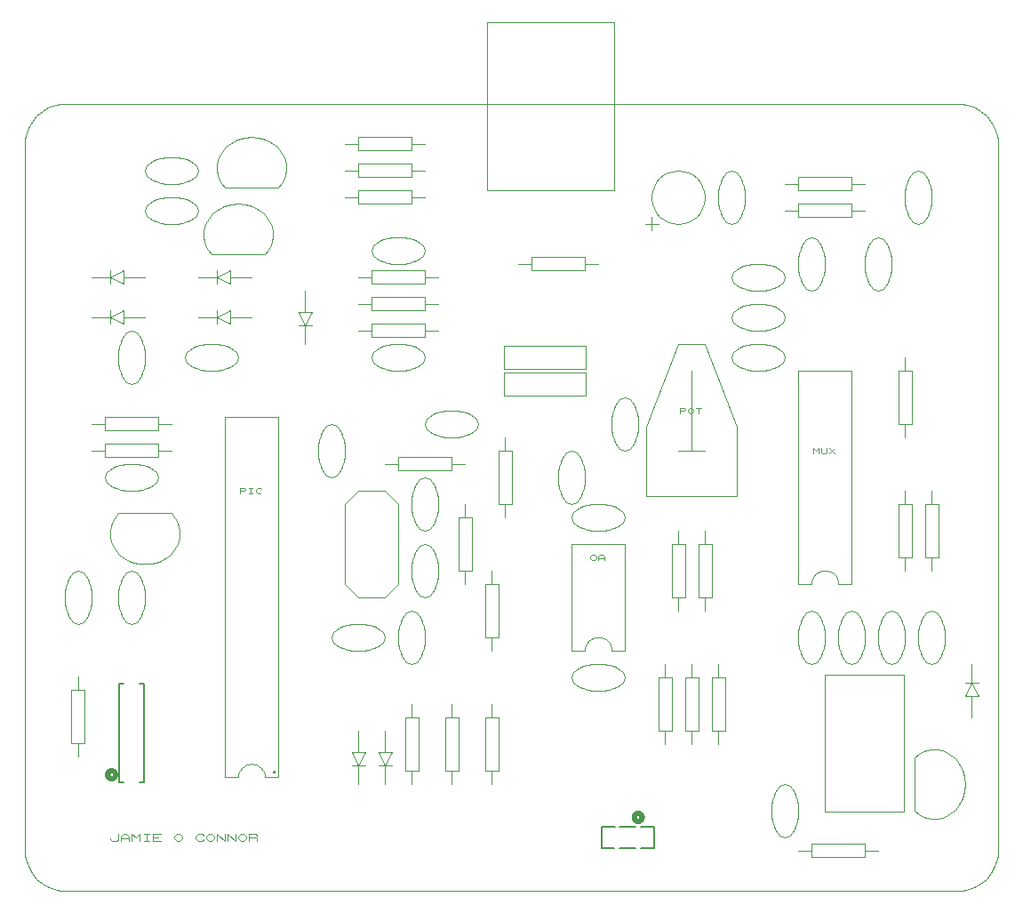
<source format=gbr>
G04 PROTEUS GERBER X2 FILE*
%TF.GenerationSoftware,Labcenter,Proteus,8.16-SP3-Build36097*%
%TF.CreationDate,2025-03-04T22:23:44+00:00*%
%TF.FileFunction,Legend,Top*%
%TF.FilePolarity,Positive*%
%TF.Part,Single*%
%TF.SameCoordinates,{eae5727c-9566-4c40-9887-aaf545a46e3e}*%
%FSLAX26Y26*%
%MOIN*%
G01*
%TA.AperFunction,Material*%
%ADD22C,0.004000*%
%TA.AperFunction,NonMaterial*%
%ADD21C,0.004000*%
%TA.AperFunction,Material*%
%ADD23C,0.020000*%
%ADD24C,0.006000*%
%TA.AperFunction,Profile*%
%ADD20C,0.004000*%
%TD.AperFunction*%
D22*
X+1984425Y+1427370D02*
X+2458425Y+1427370D01*
X+2458425Y+2056370D01*
X+1984425Y+2056370D01*
X+1984425Y+1427370D01*
X+1200000Y-774213D02*
X+1200000Y+575787D01*
X+1000000Y+575787D01*
X+1000000Y-774213D01*
X+1200000Y-774213D02*
X+1150000Y-774213D01*
X+1000000Y-774213D02*
X+1050000Y-774213D01*
X+1150000Y-774213D02*
X+1149005Y-763989D01*
X+1146143Y-754535D01*
X+1141596Y-746033D01*
X+1135547Y-738666D01*
X+1128180Y-732617D01*
X+1119678Y-728070D01*
X+1110223Y-725208D01*
X+1100000Y-724213D01*
X+1050000Y-774213D02*
X+1050995Y-763989D01*
X+1053857Y-754535D01*
X+1058404Y-746033D01*
X+1064453Y-738666D01*
X+1071820Y-732617D01*
X+1080322Y-728070D01*
X+1089777Y-725208D01*
X+1100000Y-724213D01*
X+1186828Y-754213D02*
X+1186818Y-753979D01*
X+1186739Y-753509D01*
X+1186573Y-753039D01*
X+1186301Y-752569D01*
X+1185885Y-752105D01*
X+1185415Y-751764D01*
X+1184945Y-751548D01*
X+1184475Y-751425D01*
X+1184005Y-751385D01*
X+1184000Y-751385D01*
X+1181172Y-754213D02*
X+1181182Y-753979D01*
X+1181261Y-753509D01*
X+1181427Y-753039D01*
X+1181699Y-752569D01*
X+1182115Y-752105D01*
X+1182585Y-751764D01*
X+1183055Y-751548D01*
X+1183525Y-751425D01*
X+1183995Y-751385D01*
X+1184000Y-751385D01*
X+1181172Y-754213D02*
X+1181182Y-754447D01*
X+1181261Y-754917D01*
X+1181427Y-755387D01*
X+1181699Y-755857D01*
X+1182115Y-756321D01*
X+1182585Y-756662D01*
X+1183055Y-756878D01*
X+1183525Y-757001D01*
X+1183995Y-757041D01*
X+1184000Y-757041D01*
X+1186828Y-754213D02*
X+1186818Y-754447D01*
X+1186739Y-754917D01*
X+1186573Y-755387D01*
X+1186301Y-755857D01*
X+1185885Y-756321D01*
X+1185415Y-756662D01*
X+1184945Y-756878D01*
X+1184475Y-757001D01*
X+1184005Y-757041D01*
X+1184000Y-757041D01*
X+800000Y+215000D02*
X+600000Y+215000D01*
X+830000Y+150000D02*
X+828125Y+165078D01*
X+822500Y+180625D01*
X+813125Y+197109D01*
X+800000Y+215000D01*
X+830000Y+150000D02*
X+828964Y+124442D01*
X+822475Y+100806D01*
X+811087Y+79550D01*
X+795351Y+61133D01*
X+775822Y+46011D01*
X+753052Y+34644D01*
X+727593Y+27487D01*
X+700000Y+25000D01*
X+570000Y+150000D02*
X+571875Y+165078D01*
X+577500Y+180625D01*
X+586875Y+197109D01*
X+600000Y+215000D01*
X+570000Y+150000D02*
X+571036Y+124442D01*
X+577525Y+100806D01*
X+588913Y+79550D01*
X+604649Y+61133D01*
X+624178Y+46011D01*
X+646948Y+34644D01*
X+672407Y+27487D01*
X+700000Y+25000D01*
X+450000Y-200000D02*
X+439812Y-198000D01*
X+430375Y-192250D01*
X+421875Y-183125D01*
X+414500Y-171000D01*
X+408438Y-156250D01*
X+403875Y-139250D01*
X+401000Y-120375D01*
X+400000Y-100000D01*
X+450000Y+0D02*
X+439812Y-2000D01*
X+430375Y-7750D01*
X+421875Y-16875D01*
X+414500Y-29000D01*
X+408438Y-43750D01*
X+403875Y-60750D01*
X+401000Y-79625D01*
X+400000Y-100000D01*
X+450000Y-200000D02*
X+460188Y-198000D01*
X+469625Y-192250D01*
X+478125Y-183125D01*
X+485500Y-171000D01*
X+491562Y-156250D01*
X+496125Y-139250D01*
X+499000Y-120375D01*
X+500000Y-100000D01*
X+450000Y+0D02*
X+460188Y-2000D01*
X+469625Y-7750D01*
X+478125Y-16875D01*
X+485500Y-29000D01*
X+491562Y-43750D01*
X+496125Y-60750D01*
X+499000Y-79625D01*
X+500000Y-100000D01*
X+650000Y+0D02*
X+660188Y-2000D01*
X+669625Y-7750D01*
X+678125Y-16875D01*
X+685500Y-29000D01*
X+691562Y-43750D01*
X+696125Y-60750D01*
X+699000Y-79625D01*
X+700000Y-100000D01*
X+650000Y-200000D02*
X+660188Y-198000D01*
X+669625Y-192250D01*
X+678125Y-183125D01*
X+685500Y-171000D01*
X+691562Y-156250D01*
X+696125Y-139250D01*
X+699000Y-120375D01*
X+700000Y-100000D01*
X+650000Y+0D02*
X+639812Y-2000D01*
X+630375Y-7750D01*
X+621875Y-16875D01*
X+614500Y-29000D01*
X+608438Y-43750D01*
X+603875Y-60750D01*
X+601000Y-79625D01*
X+600000Y-100000D01*
X+650000Y-200000D02*
X+639812Y-198000D01*
X+630375Y-192250D01*
X+621875Y-183125D01*
X+614500Y-171000D01*
X+608438Y-156250D01*
X+603875Y-139250D01*
X+601000Y-120375D01*
X+600000Y-100000D01*
X+448425Y-698425D02*
X+448425Y-648425D01*
X+423425Y-648425D02*
X+473425Y-648425D01*
X+473425Y-448425D01*
X+423425Y-448425D01*
X+423425Y-648425D01*
X+448425Y-448425D02*
X+448425Y-398425D01*
X+750000Y+350000D02*
X+748000Y+339812D01*
X+742250Y+330375D01*
X+733125Y+321875D01*
X+721000Y+314500D01*
X+706250Y+308438D01*
X+689250Y+303875D01*
X+670375Y+301000D01*
X+650000Y+300000D01*
X+550000Y+350000D02*
X+552000Y+339812D01*
X+557750Y+330375D01*
X+566875Y+321875D01*
X+579000Y+314500D01*
X+593750Y+308438D01*
X+610750Y+303875D01*
X+629625Y+301000D01*
X+650000Y+300000D01*
X+750000Y+350000D02*
X+748000Y+360188D01*
X+742250Y+369625D01*
X+733125Y+378125D01*
X+721000Y+385500D01*
X+706250Y+391562D01*
X+689250Y+396125D01*
X+670375Y+399000D01*
X+650000Y+400000D01*
X+550000Y+350000D02*
X+552000Y+360188D01*
X+557750Y+369625D01*
X+566875Y+378125D01*
X+579000Y+385500D01*
X+593750Y+391562D01*
X+610750Y+396125D01*
X+629625Y+399000D01*
X+650000Y+400000D01*
X+500000Y+450000D02*
X+550000Y+450000D01*
X+550000Y+425000D02*
X+750000Y+425000D01*
X+750000Y+475000D01*
X+550000Y+475000D01*
X+550000Y+425000D01*
X+750000Y+450000D02*
X+800000Y+450000D01*
X+800000Y+550000D02*
X+750000Y+550000D01*
X+550000Y+525000D02*
X+750000Y+525000D01*
X+750000Y+575000D01*
X+550000Y+575000D01*
X+550000Y+525000D01*
X+550000Y+550000D02*
X+500000Y+550000D01*
X+1450000Y-50000D02*
X+1450000Y+250000D01*
X+1500000Y+300000D01*
X+1600000Y+300000D01*
X+1650000Y+250000D01*
X+1650000Y-50000D01*
X+1600000Y-100000D01*
X+1500000Y-100000D01*
X+1450000Y-50000D01*
X+1750000Y-100000D02*
X+1739812Y-98000D01*
X+1730375Y-92250D01*
X+1721875Y-83125D01*
X+1714500Y-71000D01*
X+1708438Y-56250D01*
X+1703875Y-39250D01*
X+1701000Y-20375D01*
X+1700000Y+0D01*
X+1750000Y+100000D02*
X+1739812Y+98000D01*
X+1730375Y+92250D01*
X+1721875Y+83125D01*
X+1714500Y+71000D01*
X+1708438Y+56250D01*
X+1703875Y+39250D01*
X+1701000Y+20375D01*
X+1700000Y+0D01*
X+1750000Y-100000D02*
X+1760188Y-98000D01*
X+1769625Y-92250D01*
X+1778125Y-83125D01*
X+1785500Y-71000D01*
X+1791562Y-56250D01*
X+1796125Y-39250D01*
X+1799000Y-20375D01*
X+1800000Y+0D01*
X+1750000Y+100000D02*
X+1760188Y+98000D01*
X+1769625Y+92250D01*
X+1778125Y+83125D01*
X+1785500Y+71000D01*
X+1791562Y+56250D01*
X+1796125Y+39250D01*
X+1799000Y+20375D01*
X+1800000Y+0D01*
X+1750000Y+350000D02*
X+1760188Y+348000D01*
X+1769625Y+342250D01*
X+1778125Y+333125D01*
X+1785500Y+321000D01*
X+1791562Y+306250D01*
X+1796125Y+289250D01*
X+1799000Y+270375D01*
X+1800000Y+250000D01*
X+1750000Y+150000D02*
X+1760188Y+152000D01*
X+1769625Y+157750D01*
X+1778125Y+166875D01*
X+1785500Y+179000D01*
X+1791562Y+193750D01*
X+1796125Y+210750D01*
X+1799000Y+229625D01*
X+1800000Y+250000D01*
X+1750000Y+350000D02*
X+1739812Y+348000D01*
X+1730375Y+342250D01*
X+1721875Y+333125D01*
X+1714500Y+321000D01*
X+1708438Y+306250D01*
X+1703875Y+289250D01*
X+1701000Y+270375D01*
X+1700000Y+250000D01*
X+1750000Y+150000D02*
X+1739812Y+152000D01*
X+1730375Y+157750D01*
X+1721875Y+166875D01*
X+1714500Y+179000D01*
X+1708438Y+193750D01*
X+1703875Y+210750D01*
X+1701000Y+229625D01*
X+1700000Y+250000D01*
X+1400000Y+350000D02*
X+1389812Y+352000D01*
X+1380375Y+357750D01*
X+1371875Y+366875D01*
X+1364500Y+379000D01*
X+1358438Y+393750D01*
X+1353875Y+410750D01*
X+1351000Y+429625D01*
X+1350000Y+450000D01*
X+1400000Y+550000D02*
X+1389812Y+548000D01*
X+1380375Y+542250D01*
X+1371875Y+533125D01*
X+1364500Y+521000D01*
X+1358438Y+506250D01*
X+1353875Y+489250D01*
X+1351000Y+470375D01*
X+1350000Y+450000D01*
X+1400000Y+350000D02*
X+1410188Y+352000D01*
X+1419625Y+357750D01*
X+1428125Y+366875D01*
X+1435500Y+379000D01*
X+1441562Y+393750D01*
X+1446125Y+410750D01*
X+1449000Y+429625D01*
X+1450000Y+450000D01*
X+1400000Y+550000D02*
X+1410188Y+548000D01*
X+1419625Y+542250D01*
X+1428125Y+533125D01*
X+1435500Y+521000D01*
X+1441562Y+506250D01*
X+1446125Y+489250D01*
X+1449000Y+470375D01*
X+1450000Y+450000D01*
X+1400000Y-250000D02*
X+1402000Y-239812D01*
X+1407750Y-230375D01*
X+1416875Y-221875D01*
X+1429000Y-214500D01*
X+1443750Y-208438D01*
X+1460750Y-203875D01*
X+1479625Y-201000D01*
X+1500000Y-200000D01*
X+1600000Y-250000D02*
X+1598000Y-239812D01*
X+1592250Y-230375D01*
X+1583125Y-221875D01*
X+1571000Y-214500D01*
X+1556250Y-208438D01*
X+1539250Y-203875D01*
X+1520375Y-201000D01*
X+1500000Y-200000D01*
X+1400000Y-250000D02*
X+1402000Y-260188D01*
X+1407750Y-269625D01*
X+1416875Y-278125D01*
X+1429000Y-285500D01*
X+1443750Y-291562D01*
X+1460750Y-296125D01*
X+1479625Y-299000D01*
X+1500000Y-300000D01*
X+1600000Y-250000D02*
X+1598000Y-260188D01*
X+1592250Y-269625D01*
X+1583125Y-278125D01*
X+1571000Y-285500D01*
X+1556250Y-291562D01*
X+1539250Y-296125D01*
X+1520375Y-299000D01*
X+1500000Y-300000D01*
X+1525000Y-680000D02*
X+1475000Y-680000D01*
X+1525000Y-680000D02*
X+1500000Y-730000D01*
X+1475000Y-680000D02*
X+1500000Y-730000D01*
X+1525000Y-730000D02*
X+1475000Y-730000D01*
X+1500000Y-600000D02*
X+1500000Y-680000D01*
X+1500000Y-730000D02*
X+1500000Y-800000D01*
X+1625000Y-680000D02*
X+1575000Y-680000D01*
X+1625000Y-680000D02*
X+1600000Y-730000D01*
X+1575000Y-680000D02*
X+1600000Y-730000D01*
X+1625000Y-730000D02*
X+1575000Y-730000D01*
X+1600000Y-600000D02*
X+1600000Y-680000D01*
X+1600000Y-730000D02*
X+1600000Y-800000D01*
X+1700000Y-500000D02*
X+1700000Y-550000D01*
X+1675000Y-750000D02*
X+1725000Y-750000D01*
X+1725000Y-550000D01*
X+1675000Y-550000D01*
X+1675000Y-750000D01*
X+1700000Y-750000D02*
X+1700000Y-800000D01*
X+1850000Y-500000D02*
X+1850000Y-550000D01*
X+1825000Y-750000D02*
X+1875000Y-750000D01*
X+1875000Y-550000D01*
X+1825000Y-550000D01*
X+1825000Y-750000D01*
X+1850000Y-750000D02*
X+1850000Y-800000D01*
X+2000000Y-500000D02*
X+2000000Y-550000D01*
X+1975000Y-750000D02*
X+2025000Y-750000D01*
X+2025000Y-550000D01*
X+1975000Y-550000D01*
X+1975000Y-750000D01*
X+2000000Y-750000D02*
X+2000000Y-800000D01*
X+2350000Y-300000D02*
X+2300000Y-300000D01*
X+2300000Y+100000D01*
X+2500000Y+100000D01*
X+2500000Y-300000D01*
X+2450000Y-300000D01*
X+2400000Y-250000D02*
X+2389812Y-250959D01*
X+2380375Y-253734D01*
X+2371875Y-258174D01*
X+2364500Y-264125D01*
X+2358438Y-271436D01*
X+2353875Y-279953D01*
X+2351000Y-289525D01*
X+2350000Y-300000D01*
X+2400000Y-250000D02*
X+2410475Y-250959D01*
X+2420047Y-253734D01*
X+2428564Y-258174D01*
X+2435875Y-264125D01*
X+2441826Y-271436D01*
X+2446266Y-279953D01*
X+2449041Y-289525D01*
X+2450000Y-300000D01*
X+1700000Y-350000D02*
X+1689812Y-348000D01*
X+1680375Y-342250D01*
X+1671875Y-333125D01*
X+1664500Y-321000D01*
X+1658438Y-306250D01*
X+1653875Y-289250D01*
X+1651000Y-270375D01*
X+1650000Y-250000D01*
X+1700000Y-150000D02*
X+1689812Y-152000D01*
X+1680375Y-157750D01*
X+1671875Y-166875D01*
X+1664500Y-179000D01*
X+1658438Y-193750D01*
X+1653875Y-210750D01*
X+1651000Y-229625D01*
X+1650000Y-250000D01*
X+1700000Y-350000D02*
X+1710188Y-348000D01*
X+1719625Y-342250D01*
X+1728125Y-333125D01*
X+1735500Y-321000D01*
X+1741562Y-306250D01*
X+1746125Y-289250D01*
X+1749000Y-270375D01*
X+1750000Y-250000D01*
X+1700000Y-150000D02*
X+1710188Y-152000D01*
X+1719625Y-157750D01*
X+1728125Y-166875D01*
X+1735500Y-179000D01*
X+1741562Y-193750D01*
X+1746125Y-210750D01*
X+1749000Y-229625D01*
X+1750000Y-250000D01*
X+1900000Y-50000D02*
X+1900000Y+0D01*
X+1875000Y+0D02*
X+1925000Y+0D01*
X+1925000Y+200000D01*
X+1875000Y+200000D01*
X+1875000Y+0D01*
X+1900000Y+200000D02*
X+1900000Y+250000D01*
X+2000000Y-300000D02*
X+2000000Y-250000D01*
X+1975000Y-250000D02*
X+2025000Y-250000D01*
X+2025000Y-50000D01*
X+1975000Y-50000D01*
X+1975000Y-250000D01*
X+2000000Y-50000D02*
X+2000000Y+0D01*
X+2300000Y-400000D02*
X+2302000Y-389812D01*
X+2307750Y-380375D01*
X+2316875Y-371875D01*
X+2329000Y-364500D01*
X+2343750Y-358438D01*
X+2360750Y-353875D01*
X+2379625Y-351000D01*
X+2400000Y-350000D01*
X+2500000Y-400000D02*
X+2498000Y-389812D01*
X+2492250Y-380375D01*
X+2483125Y-371875D01*
X+2471000Y-364500D01*
X+2456250Y-358438D01*
X+2439250Y-353875D01*
X+2420375Y-351000D01*
X+2400000Y-350000D01*
X+2300000Y-400000D02*
X+2302000Y-410188D01*
X+2307750Y-419625D01*
X+2316875Y-428125D01*
X+2329000Y-435500D01*
X+2343750Y-441562D01*
X+2360750Y-446125D01*
X+2379625Y-449000D01*
X+2400000Y-450000D01*
X+2500000Y-400000D02*
X+2498000Y-410188D01*
X+2492250Y-419625D01*
X+2483125Y-428125D01*
X+2471000Y-435500D01*
X+2456250Y-441562D01*
X+2439250Y-446125D01*
X+2420375Y-449000D01*
X+2400000Y-450000D01*
X+2300000Y+200000D02*
X+2302000Y+210188D01*
X+2307750Y+219625D01*
X+2316875Y+228125D01*
X+2329000Y+235500D01*
X+2343750Y+241562D01*
X+2360750Y+246125D01*
X+2379625Y+249000D01*
X+2400000Y+250000D01*
X+2500000Y+200000D02*
X+2498000Y+210188D01*
X+2492250Y+219625D01*
X+2483125Y+228125D01*
X+2471000Y+235500D01*
X+2456250Y+241562D01*
X+2439250Y+246125D01*
X+2420375Y+249000D01*
X+2400000Y+250000D01*
X+2300000Y+200000D02*
X+2302000Y+189812D01*
X+2307750Y+180375D01*
X+2316875Y+171875D01*
X+2329000Y+164500D01*
X+2343750Y+158438D01*
X+2360750Y+153875D01*
X+2379625Y+151000D01*
X+2400000Y+150000D01*
X+2500000Y+200000D02*
X+2498000Y+189812D01*
X+2492250Y+180375D01*
X+2483125Y+171875D01*
X+2471000Y+164500D01*
X+2456250Y+158438D01*
X+2439250Y+153875D01*
X+2420375Y+151000D01*
X+2400000Y+150000D01*
X+2300000Y+450000D02*
X+2310188Y+448000D01*
X+2319625Y+442250D01*
X+2328125Y+433125D01*
X+2335500Y+421000D01*
X+2341562Y+406250D01*
X+2346125Y+389250D01*
X+2349000Y+370375D01*
X+2350000Y+350000D01*
X+2300000Y+250000D02*
X+2310188Y+252000D01*
X+2319625Y+257750D01*
X+2328125Y+266875D01*
X+2335500Y+279000D01*
X+2341562Y+293750D01*
X+2346125Y+310750D01*
X+2349000Y+329625D01*
X+2350000Y+350000D01*
X+2300000Y+450000D02*
X+2289812Y+448000D01*
X+2280375Y+442250D01*
X+2271875Y+433125D01*
X+2264500Y+421000D01*
X+2258438Y+406250D01*
X+2253875Y+389250D01*
X+2251000Y+370375D01*
X+2250000Y+350000D01*
X+2300000Y+250000D02*
X+2289812Y+252000D01*
X+2280375Y+257750D01*
X+2271875Y+266875D01*
X+2264500Y+279000D01*
X+2258438Y+293750D01*
X+2253875Y+310750D01*
X+2251000Y+329625D01*
X+2250000Y+350000D01*
X+1900000Y+400000D02*
X+1850000Y+400000D01*
X+1650000Y+375000D02*
X+1850000Y+375000D01*
X+1850000Y+425000D01*
X+1650000Y+425000D01*
X+1650000Y+375000D01*
X+1650000Y+400000D02*
X+1600000Y+400000D01*
X+2050000Y+200000D02*
X+2050000Y+250000D01*
X+2025000Y+250000D02*
X+2075000Y+250000D01*
X+2075000Y+450000D01*
X+2025000Y+450000D01*
X+2025000Y+250000D01*
X+2050000Y+450000D02*
X+2050000Y+500000D01*
X+1950000Y+550000D02*
X+1948000Y+539812D01*
X+1942250Y+530375D01*
X+1933125Y+521875D01*
X+1921000Y+514500D01*
X+1906250Y+508438D01*
X+1889250Y+503875D01*
X+1870375Y+501000D01*
X+1850000Y+500000D01*
X+1750000Y+550000D02*
X+1752000Y+539812D01*
X+1757750Y+530375D01*
X+1766875Y+521875D01*
X+1779000Y+514500D01*
X+1793750Y+508438D01*
X+1810750Y+503875D01*
X+1829625Y+501000D01*
X+1850000Y+500000D01*
X+1950000Y+550000D02*
X+1948000Y+560188D01*
X+1942250Y+569625D01*
X+1933125Y+578125D01*
X+1921000Y+585500D01*
X+1906250Y+591562D01*
X+1889250Y+596125D01*
X+1870375Y+599000D01*
X+1850000Y+600000D01*
X+1750000Y+550000D02*
X+1752000Y+560188D01*
X+1757750Y+569625D01*
X+1766875Y+578125D01*
X+1779000Y+585500D01*
X+1793750Y+591562D01*
X+1810750Y+596125D01*
X+1829625Y+599000D01*
X+1850000Y+600000D01*
X+2650000Y-650000D02*
X+2650000Y-600000D01*
X+2625000Y-600000D02*
X+2675000Y-600000D01*
X+2675000Y-400000D01*
X+2625000Y-400000D01*
X+2625000Y-600000D01*
X+2650000Y-400000D02*
X+2650000Y-350000D01*
X+2750000Y-650000D02*
X+2750000Y-600000D01*
X+2725000Y-600000D02*
X+2775000Y-600000D01*
X+2775000Y-400000D01*
X+2725000Y-400000D01*
X+2725000Y-600000D01*
X+2750000Y-400000D02*
X+2750000Y-350000D01*
X+2850000Y-350000D02*
X+2850000Y-400000D01*
X+2825000Y-600000D02*
X+2875000Y-600000D01*
X+2875000Y-400000D01*
X+2825000Y-400000D01*
X+2825000Y-600000D01*
X+2850000Y-600000D02*
X+2850000Y-650000D01*
X+2700000Y-150000D02*
X+2700000Y-100000D01*
X+2675000Y-100000D02*
X+2725000Y-100000D01*
X+2725000Y+100000D01*
X+2675000Y+100000D01*
X+2675000Y-100000D01*
X+2700000Y+100000D02*
X+2700000Y+150000D01*
X+2800000Y-150000D02*
X+2800000Y-100000D01*
X+2775000Y-100000D02*
X+2825000Y-100000D01*
X+2825000Y+100000D01*
X+2775000Y+100000D01*
X+2775000Y-100000D01*
X+2800000Y+100000D02*
X+2800000Y+150000D01*
X+2700000Y+850000D02*
X+2800000Y+850000D01*
X+2750000Y+750000D02*
X+2750000Y+450000D01*
X+2700000Y+450000D02*
X+2800000Y+450000D01*
X+2920000Y+280000D02*
X+2580000Y+280000D01*
X+2800000Y+850000D02*
X+2920000Y+540000D01*
X+2920000Y+280000D02*
X+2920000Y+540000D01*
X+2700000Y+850000D02*
X+2580000Y+540000D01*
X+2580000Y+280000D01*
X+3100000Y+800000D02*
X+3098000Y+789812D01*
X+3092250Y+780375D01*
X+3083125Y+771875D01*
X+3071000Y+764500D01*
X+3056250Y+758438D01*
X+3039250Y+753875D01*
X+3020375Y+751000D01*
X+3000000Y+750000D01*
X+2900000Y+800000D02*
X+2902000Y+789812D01*
X+2907750Y+780375D01*
X+2916875Y+771875D01*
X+2929000Y+764500D01*
X+2943750Y+758438D01*
X+2960750Y+753875D01*
X+2979625Y+751000D01*
X+3000000Y+750000D01*
X+3100000Y+800000D02*
X+3098000Y+810188D01*
X+3092250Y+819625D01*
X+3083125Y+828125D01*
X+3071000Y+835500D01*
X+3056250Y+841562D01*
X+3039250Y+846125D01*
X+3020375Y+849000D01*
X+3000000Y+850000D01*
X+2900000Y+800000D02*
X+2902000Y+810188D01*
X+2907750Y+819625D01*
X+2916875Y+828125D01*
X+2929000Y+835500D01*
X+2943750Y+841562D01*
X+2960750Y+846125D01*
X+2979625Y+849000D01*
X+3000000Y+850000D01*
X+2800000Y+1400000D02*
X+2799674Y+1408064D01*
X+2797029Y+1424193D01*
X+2791510Y+1440322D01*
X+2782543Y+1456451D01*
X+2768841Y+1472532D01*
X+2752712Y+1484979D01*
X+2736583Y+1493068D01*
X+2720454Y+1497886D01*
X+2704325Y+1499906D01*
X+2700000Y+1500000D01*
X+2600000Y+1400000D02*
X+2600326Y+1408064D01*
X+2602971Y+1424193D01*
X+2608490Y+1440322D01*
X+2617457Y+1456451D01*
X+2631159Y+1472532D01*
X+2647288Y+1484979D01*
X+2663417Y+1493068D01*
X+2679546Y+1497886D01*
X+2695675Y+1499906D01*
X+2700000Y+1500000D01*
X+2600000Y+1400000D02*
X+2600326Y+1391936D01*
X+2602971Y+1375807D01*
X+2608490Y+1359678D01*
X+2617457Y+1343549D01*
X+2631159Y+1327468D01*
X+2647288Y+1315021D01*
X+2663417Y+1306932D01*
X+2679546Y+1302114D01*
X+2695675Y+1300094D01*
X+2700000Y+1300000D01*
X+2800000Y+1400000D02*
X+2799674Y+1391936D01*
X+2797029Y+1375807D01*
X+2791510Y+1359678D01*
X+2782543Y+1343549D01*
X+2768841Y+1327468D01*
X+2752712Y+1315021D01*
X+2736583Y+1306932D01*
X+2720454Y+1302114D01*
X+2704325Y+1300094D01*
X+2700000Y+1300000D01*
X+2600000Y+1275000D02*
X+2600000Y+1325000D01*
X+2575000Y+1300000D02*
X+2625000Y+1300000D01*
X+2100000Y+1150000D02*
X+2150000Y+1150000D01*
X+2150000Y+1125000D02*
X+2350000Y+1125000D01*
X+2350000Y+1175000D01*
X+2150000Y+1175000D01*
X+2150000Y+1125000D01*
X+2350000Y+1150000D02*
X+2400000Y+1150000D01*
X+2500000Y+450000D02*
X+2489812Y+452000D01*
X+2480375Y+457750D01*
X+2471875Y+466875D01*
X+2464500Y+479000D01*
X+2458438Y+493750D01*
X+2453875Y+510750D01*
X+2451000Y+529625D01*
X+2450000Y+550000D01*
X+2500000Y+650000D02*
X+2489812Y+648000D01*
X+2480375Y+642250D01*
X+2471875Y+633125D01*
X+2464500Y+621000D01*
X+2458438Y+606250D01*
X+2453875Y+589250D01*
X+2451000Y+570375D01*
X+2450000Y+550000D01*
X+2500000Y+450000D02*
X+2510188Y+452000D01*
X+2519625Y+457750D01*
X+2528125Y+466875D01*
X+2535500Y+479000D01*
X+2541562Y+493750D01*
X+2546125Y+510750D01*
X+2549000Y+529625D01*
X+2550000Y+550000D01*
X+2500000Y+650000D02*
X+2510188Y+648000D01*
X+2519625Y+642250D01*
X+2528125Y+633125D01*
X+2535500Y+621000D01*
X+2541562Y+606250D01*
X+2546125Y+589250D01*
X+2549000Y+570375D01*
X+2550000Y+550000D01*
X+2048031Y+755315D02*
X+2353150Y+755315D01*
X+2353150Y+843898D01*
X+2048031Y+843898D01*
X+2048031Y+755315D01*
X+2046850Y+656102D02*
X+2351969Y+656102D01*
X+2351969Y+744685D01*
X+2046850Y+744685D01*
X+2046850Y+656102D01*
X+1550000Y+800000D02*
X+1552000Y+810188D01*
X+1557750Y+819625D01*
X+1566875Y+828125D01*
X+1579000Y+835500D01*
X+1593750Y+841562D01*
X+1610750Y+846125D01*
X+1629625Y+849000D01*
X+1650000Y+850000D01*
X+1750000Y+800000D02*
X+1748000Y+810188D01*
X+1742250Y+819625D01*
X+1733125Y+828125D01*
X+1721000Y+835500D01*
X+1706250Y+841562D01*
X+1689250Y+846125D01*
X+1670375Y+849000D01*
X+1650000Y+850000D01*
X+1550000Y+800000D02*
X+1552000Y+789812D01*
X+1557750Y+780375D01*
X+1566875Y+771875D01*
X+1579000Y+764500D01*
X+1593750Y+758438D01*
X+1610750Y+753875D01*
X+1629625Y+751000D01*
X+1650000Y+750000D01*
X+1750000Y+800000D02*
X+1748000Y+789812D01*
X+1742250Y+780375D01*
X+1733125Y+771875D01*
X+1721000Y+764500D01*
X+1706250Y+758438D01*
X+1689250Y+753875D01*
X+1670375Y+751000D01*
X+1650000Y+750000D01*
X+1800000Y+1000000D02*
X+1750000Y+1000000D01*
X+1550000Y+975000D02*
X+1750000Y+975000D01*
X+1750000Y+1025000D01*
X+1550000Y+1025000D01*
X+1550000Y+975000D01*
X+1550000Y+1000000D02*
X+1500000Y+1000000D01*
X+1500000Y+900000D02*
X+1550000Y+900000D01*
X+1550000Y+875000D02*
X+1750000Y+875000D01*
X+1750000Y+925000D01*
X+1550000Y+925000D01*
X+1550000Y+875000D01*
X+1750000Y+900000D02*
X+1800000Y+900000D01*
X+1800000Y+1100000D02*
X+1750000Y+1100000D01*
X+1550000Y+1075000D02*
X+1750000Y+1075000D01*
X+1750000Y+1125000D01*
X+1550000Y+1125000D01*
X+1550000Y+1075000D01*
X+1550000Y+1100000D02*
X+1500000Y+1100000D01*
X+1750000Y+1200000D02*
X+1748000Y+1189812D01*
X+1742250Y+1180375D01*
X+1733125Y+1171875D01*
X+1721000Y+1164500D01*
X+1706250Y+1158438D01*
X+1689250Y+1153875D01*
X+1670375Y+1151000D01*
X+1650000Y+1150000D01*
X+1550000Y+1200000D02*
X+1552000Y+1189812D01*
X+1557750Y+1180375D01*
X+1566875Y+1171875D01*
X+1579000Y+1164500D01*
X+1593750Y+1158438D01*
X+1610750Y+1153875D01*
X+1629625Y+1151000D01*
X+1650000Y+1150000D01*
X+1750000Y+1200000D02*
X+1748000Y+1210188D01*
X+1742250Y+1219625D01*
X+1733125Y+1228125D01*
X+1721000Y+1235500D01*
X+1706250Y+1241562D01*
X+1689250Y+1246125D01*
X+1670375Y+1249000D01*
X+1650000Y+1250000D01*
X+1550000Y+1200000D02*
X+1552000Y+1210188D01*
X+1557750Y+1219625D01*
X+1566875Y+1228125D01*
X+1579000Y+1235500D01*
X+1593750Y+1241562D01*
X+1610750Y+1246125D01*
X+1629625Y+1249000D01*
X+1650000Y+1250000D01*
X+1450000Y+1400000D02*
X+1500000Y+1400000D01*
X+1500000Y+1375000D02*
X+1700000Y+1375000D01*
X+1700000Y+1425000D01*
X+1500000Y+1425000D01*
X+1500000Y+1375000D01*
X+1700000Y+1400000D02*
X+1750000Y+1400000D01*
X+1450000Y+1500000D02*
X+1500000Y+1500000D01*
X+1500000Y+1475000D02*
X+1700000Y+1475000D01*
X+1700000Y+1525000D01*
X+1500000Y+1525000D01*
X+1500000Y+1475000D01*
X+1700000Y+1500000D02*
X+1750000Y+1500000D01*
X+1450000Y+1600000D02*
X+1500000Y+1600000D01*
X+1500000Y+1575000D02*
X+1700000Y+1575000D01*
X+1700000Y+1625000D01*
X+1500000Y+1625000D01*
X+1500000Y+1575000D01*
X+1700000Y+1600000D02*
X+1750000Y+1600000D01*
X+1000000Y+1435000D02*
X+1200000Y+1435000D01*
X+970000Y+1500000D02*
X+971875Y+1484922D01*
X+977500Y+1469375D01*
X+986875Y+1452891D01*
X+1000000Y+1435000D01*
X+970000Y+1500000D02*
X+971036Y+1525558D01*
X+977525Y+1549194D01*
X+988913Y+1570450D01*
X+1004649Y+1588867D01*
X+1024178Y+1603989D01*
X+1046948Y+1615356D01*
X+1072407Y+1622513D01*
X+1100000Y+1625000D01*
X+1230000Y+1500000D02*
X+1228125Y+1484922D01*
X+1222500Y+1469375D01*
X+1213125Y+1452891D01*
X+1200000Y+1435000D01*
X+1230000Y+1500000D02*
X+1228964Y+1525558D01*
X+1222475Y+1549194D01*
X+1211087Y+1570450D01*
X+1195351Y+1588867D01*
X+1175822Y+1603989D01*
X+1153052Y+1615356D01*
X+1127593Y+1622513D01*
X+1100000Y+1625000D01*
X+950000Y+1185000D02*
X+1150000Y+1185000D01*
X+920000Y+1250000D02*
X+921875Y+1234922D01*
X+927500Y+1219375D01*
X+936875Y+1202891D01*
X+950000Y+1185000D01*
X+920000Y+1250000D02*
X+921036Y+1275558D01*
X+927525Y+1299194D01*
X+938913Y+1320450D01*
X+954649Y+1338867D01*
X+974178Y+1353989D01*
X+996948Y+1365356D01*
X+1022407Y+1372513D01*
X+1050000Y+1375000D01*
X+1180000Y+1250000D02*
X+1178125Y+1234922D01*
X+1172500Y+1219375D01*
X+1163125Y+1202891D01*
X+1150000Y+1185000D01*
X+1180000Y+1250000D02*
X+1178964Y+1275558D01*
X+1172475Y+1299194D01*
X+1161087Y+1320450D01*
X+1145351Y+1338867D01*
X+1125822Y+1353989D01*
X+1103052Y+1365356D01*
X+1077593Y+1372513D01*
X+1050000Y+1375000D01*
X+1020000Y+1075000D02*
X+1020000Y+1125000D01*
X+1020000Y+1075000D02*
X+970000Y+1100000D01*
X+1020000Y+1125000D02*
X+970000Y+1100000D01*
X+970000Y+1075000D02*
X+970000Y+1125000D01*
X+1100000Y+1100000D02*
X+1020000Y+1100000D01*
X+970000Y+1100000D02*
X+900000Y+1100000D01*
X+1325000Y+970000D02*
X+1275000Y+970000D01*
X+1325000Y+970000D02*
X+1300000Y+920000D01*
X+1275000Y+970000D02*
X+1300000Y+920000D01*
X+1325000Y+920000D02*
X+1275000Y+920000D01*
X+1300000Y+1050000D02*
X+1300000Y+970000D01*
X+1300000Y+920000D02*
X+1300000Y+850000D01*
X+1020000Y+925000D02*
X+1020000Y+975000D01*
X+1020000Y+925000D02*
X+970000Y+950000D01*
X+1020000Y+975000D02*
X+970000Y+950000D01*
X+970000Y+925000D02*
X+970000Y+975000D01*
X+1100000Y+950000D02*
X+1020000Y+950000D01*
X+970000Y+950000D02*
X+900000Y+950000D01*
X+620000Y+1075000D02*
X+620000Y+1125000D01*
X+620000Y+1075000D02*
X+570000Y+1100000D01*
X+620000Y+1125000D02*
X+570000Y+1100000D01*
X+570000Y+1075000D02*
X+570000Y+1125000D01*
X+700000Y+1100000D02*
X+620000Y+1100000D01*
X+570000Y+1100000D02*
X+500000Y+1100000D01*
X+620000Y+925000D02*
X+620000Y+975000D01*
X+620000Y+925000D02*
X+570000Y+950000D01*
X+620000Y+975000D02*
X+570000Y+950000D01*
X+570000Y+925000D02*
X+570000Y+975000D01*
X+700000Y+950000D02*
X+620000Y+950000D01*
X+570000Y+950000D02*
X+500000Y+950000D01*
X+650000Y+700000D02*
X+639812Y+702000D01*
X+630375Y+707750D01*
X+621875Y+716875D01*
X+614500Y+729000D01*
X+608438Y+743750D01*
X+603875Y+760750D01*
X+601000Y+779625D01*
X+600000Y+800000D01*
X+650000Y+900000D02*
X+639812Y+898000D01*
X+630375Y+892250D01*
X+621875Y+883125D01*
X+614500Y+871000D01*
X+608438Y+856250D01*
X+603875Y+839250D01*
X+601000Y+820375D01*
X+600000Y+800000D01*
X+650000Y+700000D02*
X+660188Y+702000D01*
X+669625Y+707750D01*
X+678125Y+716875D01*
X+685500Y+729000D01*
X+691562Y+743750D01*
X+696125Y+760750D01*
X+699000Y+779625D01*
X+700000Y+800000D01*
X+650000Y+900000D02*
X+660188Y+898000D01*
X+669625Y+892250D01*
X+678125Y+883125D01*
X+685500Y+871000D01*
X+691562Y+856250D01*
X+696125Y+839250D01*
X+699000Y+820375D01*
X+700000Y+800000D01*
X+1050000Y+800000D02*
X+1048000Y+789812D01*
X+1042250Y+780375D01*
X+1033125Y+771875D01*
X+1021000Y+764500D01*
X+1006250Y+758438D01*
X+989250Y+753875D01*
X+970375Y+751000D01*
X+950000Y+750000D01*
X+850000Y+800000D02*
X+852000Y+789812D01*
X+857750Y+780375D01*
X+866875Y+771875D01*
X+879000Y+764500D01*
X+893750Y+758438D01*
X+910750Y+753875D01*
X+929625Y+751000D01*
X+950000Y+750000D01*
X+1050000Y+800000D02*
X+1048000Y+810188D01*
X+1042250Y+819625D01*
X+1033125Y+828125D01*
X+1021000Y+835500D01*
X+1006250Y+841562D01*
X+989250Y+846125D01*
X+970375Y+849000D01*
X+950000Y+850000D01*
X+850000Y+800000D02*
X+852000Y+810188D01*
X+857750Y+819625D01*
X+866875Y+828125D01*
X+879000Y+835500D01*
X+893750Y+841562D01*
X+910750Y+846125D01*
X+929625Y+849000D01*
X+950000Y+850000D01*
X+900000Y+1350000D02*
X+898000Y+1339812D01*
X+892250Y+1330375D01*
X+883125Y+1321875D01*
X+871000Y+1314500D01*
X+856250Y+1308438D01*
X+839250Y+1303875D01*
X+820375Y+1301000D01*
X+800000Y+1300000D01*
X+700000Y+1350000D02*
X+702000Y+1339812D01*
X+707750Y+1330375D01*
X+716875Y+1321875D01*
X+729000Y+1314500D01*
X+743750Y+1308438D01*
X+760750Y+1303875D01*
X+779625Y+1301000D01*
X+800000Y+1300000D01*
X+900000Y+1350000D02*
X+898000Y+1360188D01*
X+892250Y+1369625D01*
X+883125Y+1378125D01*
X+871000Y+1385500D01*
X+856250Y+1391562D01*
X+839250Y+1396125D01*
X+820375Y+1399000D01*
X+800000Y+1400000D01*
X+700000Y+1350000D02*
X+702000Y+1360188D01*
X+707750Y+1369625D01*
X+716875Y+1378125D01*
X+729000Y+1385500D01*
X+743750Y+1391562D01*
X+760750Y+1396125D01*
X+779625Y+1399000D01*
X+800000Y+1400000D01*
X+900000Y+1500000D02*
X+898000Y+1489812D01*
X+892250Y+1480375D01*
X+883125Y+1471875D01*
X+871000Y+1464500D01*
X+856250Y+1458438D01*
X+839250Y+1453875D01*
X+820375Y+1451000D01*
X+800000Y+1450000D01*
X+700000Y+1500000D02*
X+702000Y+1489812D01*
X+707750Y+1480375D01*
X+716875Y+1471875D01*
X+729000Y+1464500D01*
X+743750Y+1458438D01*
X+760750Y+1453875D01*
X+779625Y+1451000D01*
X+800000Y+1450000D01*
X+900000Y+1500000D02*
X+898000Y+1510188D01*
X+892250Y+1519625D01*
X+883125Y+1528125D01*
X+871000Y+1535500D01*
X+856250Y+1541562D01*
X+839250Y+1546125D01*
X+820375Y+1549000D01*
X+800000Y+1550000D01*
X+700000Y+1500000D02*
X+702000Y+1510188D01*
X+707750Y+1519625D01*
X+716875Y+1528125D01*
X+729000Y+1535500D01*
X+743750Y+1541562D01*
X+760750Y+1546125D01*
X+779625Y+1549000D01*
X+800000Y+1550000D01*
D21*
X+3205000Y+441000D02*
X+3205000Y+459000D01*
X+3216250Y+450000D01*
X+3227500Y+459000D01*
X+3227500Y+441000D01*
X+3235000Y+459000D02*
X+3235000Y+444000D01*
X+3238750Y+441000D01*
X+3253750Y+441000D01*
X+3257500Y+444000D01*
X+3257500Y+459000D01*
X+3265000Y+459000D02*
X+3287500Y+441000D01*
X+3265000Y+441000D02*
X+3287500Y+459000D01*
X+2705000Y+591000D02*
X+2705000Y+609000D01*
X+2723750Y+609000D01*
X+2727500Y+606000D01*
X+2727500Y+603000D01*
X+2723750Y+600000D01*
X+2705000Y+600000D01*
X+2735000Y+603000D02*
X+2742500Y+609000D01*
X+2750000Y+609000D01*
X+2757500Y+603000D01*
X+2757500Y+597000D01*
X+2750000Y+591000D01*
X+2742500Y+591000D01*
X+2735000Y+597000D01*
X+2735000Y+603000D01*
X+2765000Y+609000D02*
X+2787500Y+609000D01*
X+2776250Y+609000D02*
X+2776250Y+591000D01*
X+1055000Y+291000D02*
X+1055000Y+309000D01*
X+1073750Y+309000D01*
X+1077500Y+306000D01*
X+1077500Y+303000D01*
X+1073750Y+300000D01*
X+1055000Y+300000D01*
X+1088750Y+309000D02*
X+1103750Y+309000D01*
X+1096250Y+309000D02*
X+1096250Y+291000D01*
X+1088750Y+291000D02*
X+1103750Y+291000D01*
X+1137500Y+294000D02*
X+1133750Y+291000D01*
X+1122500Y+291000D01*
X+1115000Y+297000D01*
X+1115000Y+303000D01*
X+1122500Y+309000D01*
X+1133750Y+309000D01*
X+1137500Y+306000D01*
X+2370000Y+53000D02*
X+2377500Y+59000D01*
X+2385000Y+59000D01*
X+2392500Y+53000D01*
X+2392500Y+47000D01*
X+2385000Y+41000D01*
X+2377500Y+41000D01*
X+2370000Y+47000D01*
X+2370000Y+53000D01*
X+2400000Y+41000D02*
X+2400000Y+53000D01*
X+2407500Y+59000D01*
X+2415000Y+59000D01*
X+2422500Y+53000D01*
X+2422500Y+41000D01*
X+2400000Y+47000D02*
X+2422500Y+47000D01*
D23*
X+590000Y-764961D02*
X+589948Y-763718D01*
X+589529Y-761231D01*
X+588651Y-758744D01*
X+587216Y-756257D01*
X+585022Y-753800D01*
X+582535Y-751991D01*
X+580048Y-750836D01*
X+577561Y-750181D01*
X+575074Y-749961D01*
X+575000Y-749961D01*
X+560000Y-764961D02*
X+560052Y-763718D01*
X+560471Y-761231D01*
X+561349Y-758744D01*
X+562784Y-756257D01*
X+564978Y-753800D01*
X+567465Y-751991D01*
X+569952Y-750836D01*
X+572439Y-750181D01*
X+574926Y-749961D01*
X+575000Y-749961D01*
X+560000Y-764961D02*
X+560052Y-766204D01*
X+560471Y-768691D01*
X+561349Y-771178D01*
X+562784Y-773665D01*
X+564978Y-776122D01*
X+567465Y-777931D01*
X+569952Y-779086D01*
X+572439Y-779741D01*
X+574926Y-779961D01*
X+575000Y-779961D01*
X+590000Y-764961D02*
X+589948Y-766204D01*
X+589529Y-768691D01*
X+588651Y-771178D01*
X+587216Y-773665D01*
X+585022Y-776122D01*
X+582535Y-777931D01*
X+580048Y-779086D01*
X+577561Y-779741D01*
X+575074Y-779961D01*
X+575000Y-779961D01*
D24*
X+603000Y-422500D02*
X+603000Y-792461D01*
X+620132Y-792461D01*
X+697000Y-792461D02*
X+697000Y-422500D01*
X+679868Y-422500D01*
X+620132Y-422500D02*
X+603000Y-422500D01*
X+679868Y-792461D02*
X+697000Y-792461D01*
D23*
X+2565000Y-925000D02*
X+2564948Y-923757D01*
X+2564529Y-921270D01*
X+2563651Y-918783D01*
X+2562216Y-916296D01*
X+2560022Y-913839D01*
X+2557535Y-912030D01*
X+2555048Y-910875D01*
X+2552561Y-910220D01*
X+2550074Y-910000D01*
X+2550000Y-910000D01*
X+2535000Y-925000D02*
X+2535052Y-923757D01*
X+2535471Y-921270D01*
X+2536349Y-918783D01*
X+2537784Y-916296D01*
X+2539978Y-913839D01*
X+2542465Y-912030D01*
X+2544952Y-910875D01*
X+2547439Y-910220D01*
X+2549926Y-910000D01*
X+2550000Y-910000D01*
X+2535000Y-925000D02*
X+2535052Y-926243D01*
X+2535471Y-928730D01*
X+2536349Y-931217D01*
X+2537784Y-933704D01*
X+2539978Y-936161D01*
X+2542465Y-937970D01*
X+2544952Y-939125D01*
X+2547439Y-939780D01*
X+2549926Y-940000D01*
X+2550000Y-940000D01*
X+2565000Y-925000D02*
X+2564948Y-926243D01*
X+2564529Y-928730D01*
X+2563651Y-931217D01*
X+2562216Y-933704D01*
X+2560022Y-936161D01*
X+2557535Y-937970D01*
X+2555048Y-939125D01*
X+2552561Y-939780D01*
X+2550074Y-940000D01*
X+2550000Y-940000D01*
D24*
X+2608630Y-960370D02*
X+2558822Y-960370D01*
X+2412630Y-960370D02*
X+2412630Y-1039370D01*
X+2461342Y-1039370D01*
X+2608630Y-1039370D02*
X+2608630Y-960370D01*
X+2462438Y-960370D02*
X+2412630Y-960370D01*
X+2481178Y-1039370D02*
X+2540082Y-1039370D01*
X+2559918Y-1039370D02*
X+2608630Y-1039370D01*
X+2541178Y-960370D02*
X+2480081Y-960370D01*
D21*
X+570000Y-1004000D02*
X+570000Y-1008000D01*
X+575000Y-1012000D01*
X+595000Y-1012000D01*
X+600000Y-1008000D01*
X+600000Y-988000D01*
X+610000Y-1012000D02*
X+610000Y-996000D01*
X+620000Y-988000D01*
X+630000Y-988000D01*
X+640000Y-996000D01*
X+640000Y-1012000D01*
X+610000Y-1004000D02*
X+640000Y-1004000D01*
X+650000Y-1012000D02*
X+650000Y-988000D01*
X+665000Y-1000000D01*
X+680000Y-988000D01*
X+680000Y-1012000D01*
X+695000Y-988000D02*
X+715000Y-988000D01*
X+705000Y-988000D02*
X+705000Y-1012000D01*
X+695000Y-1012000D02*
X+715000Y-1012000D01*
X+760000Y-1012000D02*
X+730000Y-1012000D01*
X+730000Y-988000D01*
X+760000Y-988000D01*
X+730000Y-1000000D02*
X+750000Y-1000000D01*
X+810000Y-996000D02*
X+820000Y-988000D01*
X+830000Y-988000D01*
X+840000Y-996000D01*
X+840000Y-1004000D01*
X+830000Y-1012000D01*
X+820000Y-1012000D01*
X+810000Y-1004000D01*
X+810000Y-996000D01*
X+920000Y-1008000D02*
X+915000Y-1012000D01*
X+900000Y-1012000D01*
X+890000Y-1004000D01*
X+890000Y-996000D01*
X+900000Y-988000D01*
X+915000Y-988000D01*
X+920000Y-992000D01*
X+930000Y-996000D02*
X+940000Y-988000D01*
X+950000Y-988000D01*
X+960000Y-996000D01*
X+960000Y-1004000D01*
X+950000Y-1012000D01*
X+940000Y-1012000D01*
X+930000Y-1004000D01*
X+930000Y-996000D01*
X+970000Y-1012000D02*
X+970000Y-988000D01*
X+1000000Y-1012000D01*
X+1000000Y-988000D01*
X+1010000Y-1012000D02*
X+1010000Y-988000D01*
X+1040000Y-1012000D01*
X+1040000Y-988000D01*
X+1050000Y-996000D02*
X+1060000Y-988000D01*
X+1070000Y-988000D01*
X+1080000Y-996000D01*
X+1080000Y-1004000D01*
X+1070000Y-1012000D01*
X+1060000Y-1012000D01*
X+1050000Y-1004000D01*
X+1050000Y-996000D01*
X+1090000Y-1012000D02*
X+1090000Y-988000D01*
X+1115000Y-988000D01*
X+1120000Y-992000D01*
X+1120000Y-996000D01*
X+1115000Y-1000000D01*
X+1090000Y-1000000D01*
X+1115000Y-1000000D02*
X+1120000Y-1004000D01*
X+1120000Y-1012000D01*
D22*
X+3350000Y-50000D02*
X+3300000Y-50000D01*
X+3250000Y+0D02*
X+3239812Y-959D01*
X+3230375Y-3734D01*
X+3221875Y-8174D01*
X+3214500Y-14125D01*
X+3208438Y-21436D01*
X+3203875Y-29953D01*
X+3201000Y-39525D01*
X+3200000Y-50000D01*
X+3250000Y+0D02*
X+3260475Y-959D01*
X+3270047Y-3734D01*
X+3278564Y-8174D01*
X+3285875Y-14125D01*
X+3291826Y-21436D01*
X+3296266Y-29953D01*
X+3299041Y-39525D01*
X+3300000Y-50000D01*
X+3200000Y-50000D02*
X+3150000Y-50000D01*
X+3350000Y+750000D02*
X+3150000Y+750000D01*
X+3350000Y-50000D02*
X+3350000Y+750000D01*
X+3150000Y+750000D02*
X+3150000Y-50000D01*
X+3251575Y-903150D02*
X+3546850Y-903150D01*
X+3546850Y-391339D01*
X+3251575Y-391339D01*
X+3251575Y-903150D01*
X+3100000Y+1450000D02*
X+3150000Y+1450000D01*
X+3150000Y+1425000D02*
X+3350000Y+1425000D01*
X+3350000Y+1475000D01*
X+3150000Y+1475000D01*
X+3150000Y+1425000D01*
X+3350000Y+1450000D02*
X+3400000Y+1450000D01*
X+3100000Y+1350000D02*
X+3150000Y+1350000D01*
X+3150000Y+1325000D02*
X+3350000Y+1325000D01*
X+3350000Y+1375000D01*
X+3150000Y+1375000D01*
X+3150000Y+1325000D01*
X+3350000Y+1350000D02*
X+3400000Y+1350000D01*
X+2900000Y+1500000D02*
X+2910188Y+1498000D01*
X+2919625Y+1492250D01*
X+2928125Y+1483125D01*
X+2935500Y+1471000D01*
X+2941562Y+1456250D01*
X+2946125Y+1439250D01*
X+2949000Y+1420375D01*
X+2950000Y+1400000D01*
X+2900000Y+1300000D02*
X+2910188Y+1302000D01*
X+2919625Y+1307750D01*
X+2928125Y+1316875D01*
X+2935500Y+1329000D01*
X+2941562Y+1343750D01*
X+2946125Y+1360750D01*
X+2949000Y+1379625D01*
X+2950000Y+1400000D01*
X+2900000Y+1500000D02*
X+2889812Y+1498000D01*
X+2880375Y+1492250D01*
X+2871875Y+1483125D01*
X+2864500Y+1471000D01*
X+2858438Y+1456250D01*
X+2853875Y+1439250D01*
X+2851000Y+1420375D01*
X+2850000Y+1400000D01*
X+2900000Y+1300000D02*
X+2889812Y+1302000D01*
X+2880375Y+1307750D01*
X+2871875Y+1316875D01*
X+2864500Y+1329000D01*
X+2858438Y+1343750D01*
X+2853875Y+1360750D01*
X+2851000Y+1379625D01*
X+2850000Y+1400000D01*
X+2900000Y+950000D02*
X+2902000Y+960188D01*
X+2907750Y+969625D01*
X+2916875Y+978125D01*
X+2929000Y+985500D01*
X+2943750Y+991562D01*
X+2960750Y+996125D01*
X+2979625Y+999000D01*
X+3000000Y+1000000D01*
X+3100000Y+950000D02*
X+3098000Y+960188D01*
X+3092250Y+969625D01*
X+3083125Y+978125D01*
X+3071000Y+985500D01*
X+3056250Y+991562D01*
X+3039250Y+996125D01*
X+3020375Y+999000D01*
X+3000000Y+1000000D01*
X+2900000Y+950000D02*
X+2902000Y+939812D01*
X+2907750Y+930375D01*
X+2916875Y+921875D01*
X+2929000Y+914500D01*
X+2943750Y+908438D01*
X+2960750Y+903875D01*
X+2979625Y+901000D01*
X+3000000Y+900000D01*
X+3100000Y+950000D02*
X+3098000Y+939812D01*
X+3092250Y+930375D01*
X+3083125Y+921875D01*
X+3071000Y+914500D01*
X+3056250Y+908438D01*
X+3039250Y+903875D01*
X+3020375Y+901000D01*
X+3000000Y+900000D01*
X+2900000Y+1100000D02*
X+2902000Y+1110188D01*
X+2907750Y+1119625D01*
X+2916875Y+1128125D01*
X+2929000Y+1135500D01*
X+2943750Y+1141562D01*
X+2960750Y+1146125D01*
X+2979625Y+1149000D01*
X+3000000Y+1150000D01*
X+3100000Y+1100000D02*
X+3098000Y+1110188D01*
X+3092250Y+1119625D01*
X+3083125Y+1128125D01*
X+3071000Y+1135500D01*
X+3056250Y+1141562D01*
X+3039250Y+1146125D01*
X+3020375Y+1149000D01*
X+3000000Y+1150000D01*
X+2900000Y+1100000D02*
X+2902000Y+1089812D01*
X+2907750Y+1080375D01*
X+2916875Y+1071875D01*
X+2929000Y+1064500D01*
X+2943750Y+1058438D01*
X+2960750Y+1053875D01*
X+2979625Y+1051000D01*
X+3000000Y+1050000D01*
X+3100000Y+1100000D02*
X+3098000Y+1089812D01*
X+3092250Y+1080375D01*
X+3083125Y+1071875D01*
X+3071000Y+1064500D01*
X+3056250Y+1058438D01*
X+3039250Y+1053875D01*
X+3020375Y+1051000D01*
X+3000000Y+1050000D01*
X+3100000Y-1000000D02*
X+3089812Y-998000D01*
X+3080375Y-992250D01*
X+3071875Y-983125D01*
X+3064500Y-971000D01*
X+3058438Y-956250D01*
X+3053875Y-939250D01*
X+3051000Y-920375D01*
X+3050000Y-900000D01*
X+3100000Y-800000D02*
X+3089812Y-802000D01*
X+3080375Y-807750D01*
X+3071875Y-816875D01*
X+3064500Y-829000D01*
X+3058438Y-843750D01*
X+3053875Y-860750D01*
X+3051000Y-879625D01*
X+3050000Y-900000D01*
X+3100000Y-1000000D02*
X+3110188Y-998000D01*
X+3119625Y-992250D01*
X+3128125Y-983125D01*
X+3135500Y-971000D01*
X+3141562Y-956250D01*
X+3146125Y-939250D01*
X+3149000Y-920375D01*
X+3150000Y-900000D01*
X+3100000Y-800000D02*
X+3110188Y-802000D01*
X+3119625Y-807750D01*
X+3128125Y-816875D01*
X+3135500Y-829000D01*
X+3141562Y-843750D01*
X+3146125Y-860750D01*
X+3149000Y-879625D01*
X+3150000Y-900000D01*
X+3200000Y-150000D02*
X+3210188Y-152000D01*
X+3219625Y-157750D01*
X+3228125Y-166875D01*
X+3235500Y-179000D01*
X+3241562Y-193750D01*
X+3246125Y-210750D01*
X+3249000Y-229625D01*
X+3250000Y-250000D01*
X+3200000Y-350000D02*
X+3210188Y-348000D01*
X+3219625Y-342250D01*
X+3228125Y-333125D01*
X+3235500Y-321000D01*
X+3241562Y-306250D01*
X+3246125Y-289250D01*
X+3249000Y-270375D01*
X+3250000Y-250000D01*
X+3200000Y-150000D02*
X+3189812Y-152000D01*
X+3180375Y-157750D01*
X+3171875Y-166875D01*
X+3164500Y-179000D01*
X+3158438Y-193750D01*
X+3153875Y-210750D01*
X+3151000Y-229625D01*
X+3150000Y-250000D01*
X+3200000Y-350000D02*
X+3189812Y-348000D01*
X+3180375Y-342250D01*
X+3171875Y-333125D01*
X+3164500Y-321000D01*
X+3158438Y-306250D01*
X+3153875Y-289250D01*
X+3151000Y-270375D01*
X+3150000Y-250000D01*
X+3350000Y-150000D02*
X+3360188Y-152000D01*
X+3369625Y-157750D01*
X+3378125Y-166875D01*
X+3385500Y-179000D01*
X+3391562Y-193750D01*
X+3396125Y-210750D01*
X+3399000Y-229625D01*
X+3400000Y-250000D01*
X+3350000Y-350000D02*
X+3360188Y-348000D01*
X+3369625Y-342250D01*
X+3378125Y-333125D01*
X+3385500Y-321000D01*
X+3391562Y-306250D01*
X+3396125Y-289250D01*
X+3399000Y-270375D01*
X+3400000Y-250000D01*
X+3350000Y-150000D02*
X+3339812Y-152000D01*
X+3330375Y-157750D01*
X+3321875Y-166875D01*
X+3314500Y-179000D01*
X+3308438Y-193750D01*
X+3303875Y-210750D01*
X+3301000Y-229625D01*
X+3300000Y-250000D01*
X+3350000Y-350000D02*
X+3339812Y-348000D01*
X+3330375Y-342250D01*
X+3321875Y-333125D01*
X+3314500Y-321000D01*
X+3308438Y-306250D01*
X+3303875Y-289250D01*
X+3301000Y-270375D01*
X+3300000Y-250000D01*
X+3500000Y-150000D02*
X+3510188Y-152000D01*
X+3519625Y-157750D01*
X+3528125Y-166875D01*
X+3535500Y-179000D01*
X+3541562Y-193750D01*
X+3546125Y-210750D01*
X+3549000Y-229625D01*
X+3550000Y-250000D01*
X+3500000Y-350000D02*
X+3510188Y-348000D01*
X+3519625Y-342250D01*
X+3528125Y-333125D01*
X+3535500Y-321000D01*
X+3541562Y-306250D01*
X+3546125Y-289250D01*
X+3549000Y-270375D01*
X+3550000Y-250000D01*
X+3500000Y-150000D02*
X+3489812Y-152000D01*
X+3480375Y-157750D01*
X+3471875Y-166875D01*
X+3464500Y-179000D01*
X+3458438Y-193750D01*
X+3453875Y-210750D01*
X+3451000Y-229625D01*
X+3450000Y-250000D01*
X+3500000Y-350000D02*
X+3489812Y-348000D01*
X+3480375Y-342250D01*
X+3471875Y-333125D01*
X+3464500Y-321000D01*
X+3458438Y-306250D01*
X+3453875Y-289250D01*
X+3451000Y-270375D01*
X+3450000Y-250000D01*
X+3650000Y-150000D02*
X+3660188Y-152000D01*
X+3669625Y-157750D01*
X+3678125Y-166875D01*
X+3685500Y-179000D01*
X+3691562Y-193750D01*
X+3696125Y-210750D01*
X+3699000Y-229625D01*
X+3700000Y-250000D01*
X+3650000Y-350000D02*
X+3660188Y-348000D01*
X+3669625Y-342250D01*
X+3678125Y-333125D01*
X+3685500Y-321000D01*
X+3691562Y-306250D01*
X+3696125Y-289250D01*
X+3699000Y-270375D01*
X+3700000Y-250000D01*
X+3650000Y-150000D02*
X+3639812Y-152000D01*
X+3630375Y-157750D01*
X+3621875Y-166875D01*
X+3614500Y-179000D01*
X+3608438Y-193750D01*
X+3603875Y-210750D01*
X+3601000Y-229625D01*
X+3600000Y-250000D01*
X+3650000Y-350000D02*
X+3639812Y-348000D01*
X+3630375Y-342250D01*
X+3621875Y-333125D01*
X+3614500Y-321000D01*
X+3608438Y-306250D01*
X+3603875Y-289250D01*
X+3601000Y-270375D01*
X+3600000Y-250000D01*
X+3550000Y+0D02*
X+3550000Y+50000D01*
X+3525000Y+50000D02*
X+3575000Y+50000D01*
X+3575000Y+250000D01*
X+3525000Y+250000D01*
X+3525000Y+50000D01*
X+3550000Y+250000D02*
X+3550000Y+300000D01*
X+3585000Y-700000D02*
X+3585000Y-900000D01*
X+3650000Y-670000D02*
X+3634922Y-671875D01*
X+3619375Y-677500D01*
X+3602891Y-686875D01*
X+3585000Y-700000D01*
X+3650000Y-670000D02*
X+3675558Y-671036D01*
X+3699194Y-677524D01*
X+3720450Y-688913D01*
X+3738867Y-704649D01*
X+3753988Y-724178D01*
X+3765356Y-746948D01*
X+3772513Y-772407D01*
X+3775000Y-800000D01*
X+3650000Y-930000D02*
X+3634922Y-928125D01*
X+3619375Y-922500D01*
X+3602891Y-913125D01*
X+3585000Y-900000D01*
X+3650000Y-930000D02*
X+3675558Y-928964D01*
X+3699194Y-922476D01*
X+3720450Y-911087D01*
X+3738867Y-895351D01*
X+3753988Y-875822D01*
X+3765356Y-853052D01*
X+3772513Y-827593D01*
X+3775000Y-800000D01*
X+3450000Y-1050000D02*
X+3400000Y-1050000D01*
X+3200000Y-1075000D02*
X+3400000Y-1075000D01*
X+3400000Y-1025000D01*
X+3200000Y-1025000D01*
X+3200000Y-1075000D01*
X+3200000Y-1050000D02*
X+3150000Y-1050000D01*
X+3650000Y+300000D02*
X+3650000Y+250000D01*
X+3625000Y+50000D02*
X+3675000Y+50000D01*
X+3675000Y+250000D01*
X+3625000Y+250000D01*
X+3625000Y+50000D01*
X+3650000Y+50000D02*
X+3650000Y+0D01*
X+3550000Y+500000D02*
X+3550000Y+550000D01*
X+3525000Y+550000D02*
X+3575000Y+550000D01*
X+3575000Y+750000D01*
X+3525000Y+750000D01*
X+3525000Y+550000D01*
X+3550000Y+750000D02*
X+3550000Y+800000D01*
X+3450000Y+1050000D02*
X+3439812Y+1052000D01*
X+3430375Y+1057750D01*
X+3421875Y+1066875D01*
X+3414500Y+1079000D01*
X+3408438Y+1093750D01*
X+3403875Y+1110750D01*
X+3401000Y+1129625D01*
X+3400000Y+1150000D01*
X+3450000Y+1250000D02*
X+3439812Y+1248000D01*
X+3430375Y+1242250D01*
X+3421875Y+1233125D01*
X+3414500Y+1221000D01*
X+3408438Y+1206250D01*
X+3403875Y+1189250D01*
X+3401000Y+1170375D01*
X+3400000Y+1150000D01*
X+3450000Y+1050000D02*
X+3460188Y+1052000D01*
X+3469625Y+1057750D01*
X+3478125Y+1066875D01*
X+3485500Y+1079000D01*
X+3491562Y+1093750D01*
X+3496125Y+1110750D01*
X+3499000Y+1129625D01*
X+3500000Y+1150000D01*
X+3450000Y+1250000D02*
X+3460188Y+1248000D01*
X+3469625Y+1242250D01*
X+3478125Y+1233125D01*
X+3485500Y+1221000D01*
X+3491562Y+1206250D01*
X+3496125Y+1189250D01*
X+3499000Y+1170375D01*
X+3500000Y+1150000D01*
X+3200000Y+1250000D02*
X+3210188Y+1248000D01*
X+3219625Y+1242250D01*
X+3228125Y+1233125D01*
X+3235500Y+1221000D01*
X+3241562Y+1206250D01*
X+3246125Y+1189250D01*
X+3249000Y+1170375D01*
X+3250000Y+1150000D01*
X+3200000Y+1050000D02*
X+3210188Y+1052000D01*
X+3219625Y+1057750D01*
X+3228125Y+1066875D01*
X+3235500Y+1079000D01*
X+3241562Y+1093750D01*
X+3246125Y+1110750D01*
X+3249000Y+1129625D01*
X+3250000Y+1150000D01*
X+3200000Y+1250000D02*
X+3189812Y+1248000D01*
X+3180375Y+1242250D01*
X+3171875Y+1233125D01*
X+3164500Y+1221000D01*
X+3158438Y+1206250D01*
X+3153875Y+1189250D01*
X+3151000Y+1170375D01*
X+3150000Y+1150000D01*
X+3200000Y+1050000D02*
X+3189812Y+1052000D01*
X+3180375Y+1057750D01*
X+3171875Y+1066875D01*
X+3164500Y+1079000D01*
X+3158438Y+1093750D01*
X+3153875Y+1110750D01*
X+3151000Y+1129625D01*
X+3150000Y+1150000D01*
X+3600000Y+1500000D02*
X+3610188Y+1498000D01*
X+3619625Y+1492250D01*
X+3628125Y+1483125D01*
X+3635500Y+1471000D01*
X+3641562Y+1456250D01*
X+3646125Y+1439250D01*
X+3649000Y+1420375D01*
X+3650000Y+1400000D01*
X+3600000Y+1300000D02*
X+3610188Y+1302000D01*
X+3619625Y+1307750D01*
X+3628125Y+1316875D01*
X+3635500Y+1329000D01*
X+3641562Y+1343750D01*
X+3646125Y+1360750D01*
X+3649000Y+1379625D01*
X+3650000Y+1400000D01*
X+3600000Y+1500000D02*
X+3589812Y+1498000D01*
X+3580375Y+1492250D01*
X+3571875Y+1483125D01*
X+3564500Y+1471000D01*
X+3558438Y+1456250D01*
X+3553875Y+1439250D01*
X+3551000Y+1420375D01*
X+3550000Y+1400000D01*
X+3600000Y+1300000D02*
X+3589812Y+1302000D01*
X+3580375Y+1307750D01*
X+3571875Y+1316875D01*
X+3564500Y+1329000D01*
X+3558438Y+1343750D01*
X+3553875Y+1360750D01*
X+3551000Y+1379625D01*
X+3550000Y+1400000D01*
X+3775000Y-470000D02*
X+3825000Y-470000D01*
X+3775000Y-470000D02*
X+3800000Y-420000D01*
X+3825000Y-470000D02*
X+3800000Y-420000D01*
X+3775000Y-420000D02*
X+3825000Y-420000D01*
X+3800000Y-550000D02*
X+3800000Y-470000D01*
X+3800000Y-420000D02*
X+3800000Y-350000D01*
D20*
X+250000Y+1600000D02*
X+250775Y+1615335D01*
X+253048Y+1630227D01*
X+261790Y+1658381D01*
X+275621Y+1683861D01*
X+293939Y+1706061D01*
X+316139Y+1724379D01*
X+341619Y+1738210D01*
X+369773Y+1746952D01*
X+384665Y+1749225D01*
X+400000Y+1750000D01*
X+450000Y+1750000D02*
X+3750000Y+1750000D01*
X+3765335Y+1749225D01*
X+3780227Y+1746952D01*
X+3808381Y+1738210D01*
X+3833861Y+1724379D01*
X+3856061Y+1706061D01*
X+3874379Y+1683861D01*
X+3888210Y+1658381D01*
X+3896952Y+1630227D01*
X+3899225Y+1615335D01*
X+3900000Y+1600000D01*
X+3900000Y-1050000D01*
X+3899225Y-1065335D01*
X+3896952Y-1080227D01*
X+3888210Y-1108381D01*
X+3874379Y-1133861D01*
X+3856061Y-1156061D01*
X+3833861Y-1174379D01*
X+3808381Y-1188210D01*
X+3780227Y-1196952D01*
X+3765335Y-1199225D01*
X+3750000Y-1200000D01*
X+500000Y-1200000D01*
X+400000Y-1200000D02*
X+384665Y-1199225D01*
X+369773Y-1196952D01*
X+341619Y-1188210D01*
X+316139Y-1174379D01*
X+293939Y-1156061D01*
X+275621Y-1133861D01*
X+261790Y-1108381D01*
X+253048Y-1080227D01*
X+250775Y-1065335D01*
X+250000Y-1050000D01*
X+250000Y+1600000D02*
X+250000Y-1050000D01*
X+450000Y-1200000D02*
X+500000Y-1200000D01*
X+400000Y-1200000D02*
X+450000Y-1200000D01*
X+400000Y+1750000D02*
X+450000Y+1750000D01*
M02*

</source>
